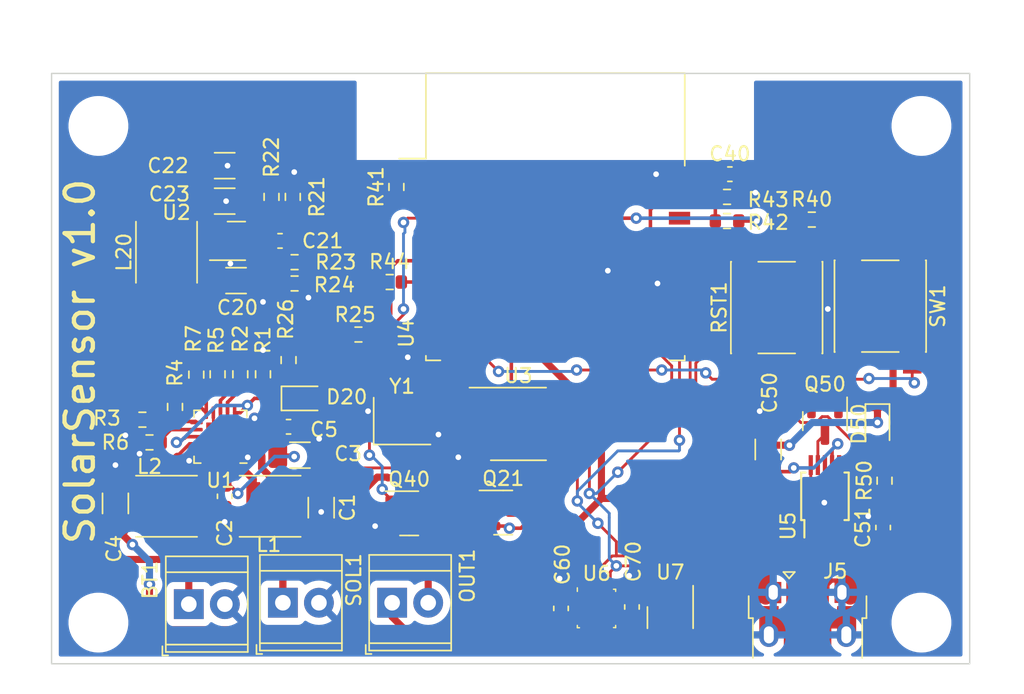
<source format=kicad_pcb>
(kicad_pcb (version 20221018) (generator pcbnew)
  (layers (0 "F.Cu" signal) (31 "B.Cu" signal) (34 "B.Paste" user) (35 "F.Paste" user) (36 "B.SilkS" user "B.Silkscreen") (37 "F.SilkS" user "F.Silkscreen") (38 "B.Mask" user) (39 "F.Mask" user) (44 "Edge.Cuts" user))
  (net 0 "")
  (net 1 "GND")
  (net 2 "VDC")
  (net 3 "Net-(C1-Pad1)")
  (net 4 "Net-(C2-Pad1)")
  (net 5 "+3.3VP")
  (net 6 "Net-(C5-Pad1)")
  (net 7 "Net-(C21-Pad1)")
  (net 8 "+3V3")
  (net 9 "Net-(C50-Pad1)")
  (net 10 "Net-(C51-Pad1)")
  (net 11 "ESP_RXD")
  (net 12 "Net-(J5-Pad3)")
  (net 13 "Net-(J5-Pad2)")
  (net 15 "Net-(L1-Pad2)")
  (net 16 "Net-(L2-Pad1)")
  (net 17 "Net-(L20-Pad2)")
  (net 18 "Net-(L20-Pad1)")
  (net 19 "Net-(C40-Pad1)")
  (net 20 "V_EN")
  (net 21 "_RTC_ALERT")
  (net 22 "ESP_TXD")
  (net 23 "Net-(Q50-Pad3)")
  (net 24 "Net-(R1-Pad1)")
  (net 25 "Net-(R2-Pad1)")
  (net 26 "Net-(R3-Pad1)")
  (net 27 "Net-(R4-Pad2)")
  (net 28 "Net-(R6-Pad1)")
  (net 29 "Net-(R21-Pad1)")
  (net 30 "PSAVE")
  (net 31 "POWER_EN")
  (net 32 "Net-(R50-Pad1)")
  (net 33 "/VBAT_OK")
  (net 34 "Net-(U3-Pad2)")
  (net 35 "Net-(OUT1-Pad2)")
  (net 36 "/SDA")
  (net 37 "/SCL")
  (net 42 "Net-(Q40-Pad1)")
  (net 43 "/RST")
  (net 44 "Net-(R41-Pad1)")
  (net 45 "Net-(R44-Pad2)")
  (net 46 "Net-(SW1-Pad1)")
  (net 47 "Net-(U3-Pad1)")
  (footprint "MountingHole:MountingHole_3.2mm_M3" (layer "F.Cu") (at 199 128)
    (fp_text reference "H4" hide)
    (fp_text value "MountingHole_Pad")
  )
  (footprint "Capacitor_SMD:C_0603_1608Metric_Pad1.08x0.95mm_HandSolder" (layer "F.Cu") (at 196.3 121.3 90)
    (fp_text reference "C51")
    (fp_text value "100nF")
  )
  (footprint "TerminalBlock_TE-Connectivity:TerminalBlock_TE_282834-2_1x02_P2.54mm_Horizontal" (layer "F.Cu") (at 154 126.6)
    (fp_text reference "SOL1")
    (fp_text value "Screw_Terminal_01x02")
  )
  (footprint "Button_Switch_SMD:SW_Push_1P1T_NO_6x6mm_H9.5mm" (layer "F.Cu") (at 196.1 105.7 -90)
    (fp_text reference "SW1")
    (fp_text value "SW_Push")
  )
  (footprint "RF_Module:ESP-WROOM-02" (layer "F.Cu") (at 173.2 102.5)
    (fp_text reference "U4")
    (fp_text value "ESP-WROOM-02")
  )
  (footprint "Package_SO:SOIC-8_3.9x4.9mm_P1.27mm" (layer "F.Cu") (at 170.6 114)
    (fp_text reference "U3")
    (fp_text value "PCF8563T")
  )
  (footprint "Resistor_SMD:R_0603_1608Metric" (layer "F.Cu") (at 196.4 118 90)
    (fp_text reference "R50")
    (fp_text value "2.2k")
  )
  (footprint "Resistor_SMD:R_0603_1608Metric" (layer "F.Cu") (at 149.4 110.5 90)
    (fp_text reference "R5")
    (fp_text value "154k")
  )
  (footprint "Package_DFN_QFN:QFN-20-1EP_3.5x3.5mm_P0.5mm_EP2x2mm" (layer "F.Cu") (at 149.6 114.9 180)
    (fp_text reference "U1")
    (fp_text value "BQ25570")
  )
  (footprint "Package_TO_SOT_SMD:SOT-23" (layer "F.Cu") (at 192.2 113.8 -90)
    (fp_text reference "Q50")
    (fp_text value "AO3400A")
  )
  (footprint "Resistor_SMD:R_0603_1608Metric" (layer "F.Cu") (at 146.4 112.8 90)
    (fp_text reference "R4")
    (fp_text value "5.49M")
  )
  (footprint "Capacitor_SMD:C_1206_3216Metric_Pad1.33x1.80mm_HandSolder" (layer "F.Cu") (at 149.9 95.8)
    (fp_text reference "C22")
    (fp_text value "10uF")
  )
  (footprint "MountingHole:MountingHole_3.2mm_M3" (layer "F.Cu") (at 199 93)
    (fp_text reference "H2" hide)
    (fp_text value "MountingHole_Pad")
  )
  (footprint "Capacitor_SMD:C_1206_3216Metric_Pad1.33x1.80mm_HandSolder" (layer "F.Cu") (at 149.9 98.3)
    (fp_text reference "C23")
    (fp_text value "10uF")
  )
  (footprint "Capacitor_SMD:C_1206_3216Metric_Pad1.33x1.80mm_HandSolder" (layer "F.Cu") (at 155.2 116.2)
    (fp_text reference "C3")
    (fp_text value "10uF")
  )
  (footprint "Resistor_SMD:R_0603_1608Metric" (layer "F.Cu") (at 162 97.3 90)
    (fp_text reference "R41")
    (fp_text value "10k")
  )
  (footprint "Resistor_SMD:R_0603_1608Metric" (layer "F.Cu") (at 152.6 110.5 90)
    (fp_text reference "R1")
    (fp_text value "5.62M")
  )
  (footprint "Capacitor_SMD:C_1206_3216Metric_Pad1.33x1.80mm_HandSolder" (layer "F.Cu") (at 156.7 119.9 -90)
    (fp_text reference "C1")
    (fp_text value "10uF")
  )
  (footprint "Inductor_SMD:L_Coilcraft_XxL4040" (layer "F.Cu") (at 145.8 101.9 90)
    (fp_text reference "L20")
    (fp_text value "10uH")
  )
  (footprint "Inductor_SMD:L_Coilcraft_XxL4040" (layer "F.Cu") (at 153.1 119.8 180)
    (fp_text reference "L1")
    (fp_text value "22uH")
  )
  (footprint "Package_LGA:Bosch_LGA-8_3x3mm_P0.8mm_ClockwisePinNumbering" (layer "F.Cu") (at 181.3 126.9)
    (fp_text reference "U7")
    (fp_text value "BME680")
  )
  (footprint "Resistor_SMD:R_0603_1608Metric" (layer "F.Cu") (at 159.325 107.7 180)
    (fp_text reference "R25")
    (fp_text value "1k")
  )
  (footprint "Package_SO:MSOP-10_3x3mm_P0.5mm" (layer "F.Cu") (at 192.2 119.1 90)
    (fp_text reference "U5")
    (fp_text value "CH340E")
  )
  (footprint "Capacitor_SMD:C_0603_1608Metric_Pad1.08x0.95mm_HandSolder" (layer "F.Cu") (at 173.6 127 90)
    (fp_text reference "C60")
    (fp_text value "100nF")
  )
  (footprint "Resistor_SMD:R_0603_1608Metric" (layer "F.Cu") (at 154.825 102.6 180)
    (fp_text reference "R23")
    (fp_text value "DNC")
  )
  (footprint "Resistor_SMD:R_0603_1608Metric" (layer "F.Cu") (at 154.4 109.5 -90)
    (fp_text reference "R26")
    (fp_text value "DNC")
  )
  (footprint "Capacitor_SMD:C_0603_1608Metric_Pad1.08x0.95mm_HandSolder" (layer "F.Cu") (at 153.8 101.1)
    (fp_text reference "C21")
    (fp_text value "100nF")
  )
  (footprint "Capacitor_SMD:C_1206_3216Metric_Pad1.33x1.80mm_HandSolder" (layer "F.Cu") (at 142.2 119.6 90)
    (fp_text reference "C4")
    (fp_text value "10uF")
  )
  (footprint "Capacitor_SMD:C_0603_1608Metric_Pad1.08x0.95mm_HandSolder" (layer "F.Cu") (at 154.4 114.2)
    (fp_text reference "C5")
    (fp_text value "10nF")
  )
  (footprint "Resistor_SMD:R_0603_1608Metric" (layer "F.Cu") (at 144.6 115.3 180)
    (fp_text reference "R6")
    (fp_text value "4.7M")
  )
  (footprint "Capacitor_SMD:C_1206_3216Metric_Pad1.33x1.80mm_HandSolder" (layer "F.Cu") (at 188.2 115.8 90)
    (fp_text reference "C50")
    (fp_text value "10uF")
  )
  (footprint "Package_LGA:Bosch_LGA-8_2.5x2.5mm_P0.65mm_ClockwisePinNumbering" (layer "F.Cu") (at 176.1 127)
    (fp_text reference "U6")
    (fp_text value "BME280")
  )
  (footprint "Package_TO_SOT_SMD:SOT-23" (layer "F.Cu") (at 162.9 120.3)
    (fp_text reference "Q40")
    (fp_text value "AO3400A")
  )
  (footprint "Resistor_SMD:R_0603_1608Metric" (layer "F.Cu") (at 185.3 99.7)
    (fp_text reference "R42")
    (fp_text value "820k")
  )
  (footprint "TerminalBlock_TE-Connectivity:TerminalBlock_TE_282834-2_1x02_P2.54mm_Horizontal" (layer "F.Cu") (at 161.7 126.6)
    (fp_text reference "OUT1")
    (fp_text value "Screw_Terminal_01x02")
  )
  (footprint "Resistor_SMD:R_0603_1608Metric" (layer "F.Cu") (at 154.825 104.1)
    (fp_text reference "R24")
    (fp_text value "1k")
  )
  (footprint "MountingHole:MountingHole_3.2mm_M3" (layer "F.Cu") (at 141 93)
    (fp_text reference "H1" hide)
    (fp_text value "MountingHole_Pad")
  )
  (footprint "Resistor_SMD:R_0603_1608Metric" (layer "F.Cu") (at 161.525 104)
    (fp_text reference "R44")
    (fp_text value "10k")
  )
  (footprint "TerminalBlock_TE-Connectivity:TerminalBlock_TE_282834-2_1x02_P2.54mm_Horizontal" (layer "F.Cu") (at 147.37 126.7)
    (fp_text reference "BT1")
    (fp_text value "Battery_Cell")
  )
  (footprint "Button_Switch_SMD:SW_Push_1P1T_NO_6x6mm_H9.5mm" (layer "F.Cu") (at 188.8 105.8 90)
    (fp_text reference "RST1")
    (fp_text value "SW_Push")
  )
  (footprint "Connector_USB:USB_Micro-B_Amphenol_10103594-0001LF_Horizontal" (layer "F.Cu") (at 191 127.75)
    (fp_text reference "J5")
    (fp_text value "USB_B_Micro")
  )
  (footprint "Crystal:Crystal_SMD_3225-4Pin_3.2x2.5mm" (layer "F.Cu") (at 162.4 113.8)
    (fp_text reference "Y1")
    (fp_text value "Crystal_GND24")
  )
  (footprint "Resistor_SMD:R_0603_1608Metric" (layer "F.Cu") (at 147.9 110.525 -90)
    (fp_text reference "R7")
    (fp_text value "8.2M")
  )
  (footprint "Resistor_SMD:R_0603_1608Metric" (layer "F.Cu") (at 154.7 98 90)
    (fp_text reference "R21")
    (fp_text value "220k")
  )
  (footprint "Resistor_SMD:R_0603_1608Metric" (layer "F.Cu") (at 151 110.5 -90)
    (fp_text reference "R2")
    (fp_text value "7.32M")
  )
  (footprint "Resistor_SMD:R_0603_1608Metric" (layer "F.Cu") (at 191.275 99.6)
    (fp_text reference "R40")
    (fp_text value "10k")
  )
  (footprint "Inductor_SMD:L_Coilcraft_XxL4040" (layer "F.Cu") (at 145.8 119.8 180)
    (fp_text reference "L2")
    (fp_text value "10uH")
  )
  (footprint "Capacitor_SMD:C_1206_3216Metric_Pad1.33x1.80mm_HandSolder" (layer "F.Cu") (at 150.7 103.9)
    (fp_text reference "C20")
    (fp_text value "10uF")
  )
  (footprint "Resistor_SMD:R_0603_1608Metric" (layer "F.Cu") (at 153.2 98 -90)
    (fp_text reference "R22")
    (fp_text value "1.2M")
  )
  (footprint "Capacitor_SMD:C_0603_1608Metric_Pad1.08x0.95mm_HandSolder" (layer "F.Cu") (at 178.6 126.9 90)
    (fp_text reference "C70")
    (fp_text value "100nF")
  )
  (footprint "Resistor_SMD:R_0603_1608Metric" (layer "F.Cu") (at 185.3 98 180)
    (fp_text reference "R43")
    (fp_text value "220k")
  )
  (footprint "Diode_SMD:D_SOD-323F" (layer "F.Cu") (at 155.4 112.2)
    (fp_text reference "D20")
    (fp_text value "PMEG4005CEJ")
  )
  (footprint "Package_TO_SOT_SMD:SOT-23" (layer "F.Cu") (at 169.525296 120.246724)
    (fp_text reference "Q21")
    (fp_text value "AO3401A")
  )
  (footprint "Resistor_SMD:R_0603_1608Metric" (layer "F.Cu") (at 144.1 113.7 180)
    (fp_text reference "R3")
    (fp_text value "5.62M")
  )
  (footprint "MountingHole:MountingHole_3.2mm_M3" (layer "F.Cu") (at 141 128)
    (fp_text reference "H3" hide)
    (fp_text value "MountingHole_Pad")
  )
  (footprint "Diode_SMD:D_SOD-323F" (layer "F.Cu") (at 195.9 114.1 -90)
    (fp_text reference "D50")
    (fp_text value "PMEG4005CEJ")
  )
  (footprint "Package_SON:WSON-10-1EP_2.5x2.5mm_P0.5mm_EP1.2x2mm" (layer "F.Cu") (at 150.1 101.1)
    (fp_text reference "U2")
    (fp_text value "TPS63030DSK")
  )
  (footprint "Capacitor_SMD:C_0603_1608Metric_Pad1.08x0.95mm_HandSolder" (layer "F.Cu") (at 149.9 119.1 -90)
    (fp_text reference "C2")
    (fp_text value "10nF")
  )
  (footprint "Capacitor_SMD:C_0603_1608Metric_Pad1.08x0.95mm_HandSolder" (layer "F.Cu") (at 185.5 96.4)
    (fp_text reference "C40")
    (fp_text value "100nF")
  )
  (gr_rect (start 137.7 89.3) (end 202.4 130.9) (stroke (width 0.1)) (fill none) (layer "Edge.Cuts"))
  (gr_text "SolarSensor v1.0\n" (at 139.7 109.6 90) (layer "F.SilkS") (effects (font (size 2 2) (thickness 0.3))))
  (segment (start 180.4 96.5) (end 180.3 96.4) (width 0.2) (layer "F.Cu") (net 1))
  (segment (start 151.23798 115.85048) (end 150.55048 115.85048) (width 0.2) (layer "F.Cu") (net 1))
  (segment (start 161.3 112.95) (end 160.15952 112.95) (width 0.25) (layer "F.Cu") (net 1))
  (segment (start 181.95 104) (end 180.5 104) (width 0.2) (layer "F.Cu") (net 1))
  (segment (start 150.55048 113.94952) (end 149.6 114.9) (width 0.2) (layer "F.Cu") (net 1))
  (segment (start 150.1 102.5) (end 150.3 102.7) (width 0.25) (layer "F.Cu") (net 1))
  (segment (start 152.2625 105.0625) (end 152.6 105.4) (width 0.25) (layer "F.Cu") (net 1))
  (segment (start 149.1 114.4) (end 149.6 114.9) (width 0.2) (layer "F.Cu") (net 1))
  (segment (start 192.535 125.035) (end 193.275 125.035) (width 0.3) (layer "F.Cu") (net 1))
  (segment (start 193.975 126.235) (end 193.975 125.015) (width 1) (layer "F.Cu") (net 1))
  (segment (start 192.275 125.035) (end 192.535 125.035) (width 0.3) (layer "F.Cu") (net 1))
  (segment (start 155.2625 114.7) (end 156.7625 116.2) (width 0.5) (layer "F.Cu") (net 1))
  (segment (start 195.3125 120.4375) (end 195.25 120.5) (width 0.25) (layer "F.Cu") (net 1))
  (segment (start 143.9 115.8) (end 143.9 116.1) (width 0.25) (layer "F.Cu") (net 1))
  (segment (start 149.9 119.9625) (end 149.9 120.9) (width 0.2) (layer "F.Cu") (net 1))
  (segment (start 143.275 113.7) (end 143.275 114.425) (width 0.2) (layer "F.Cu") (net 1))
  (segment (start 149.1 115.4) (end 149.6 114.9) (width 0.2) (layer "F.Cu") (net 1))
  (segment (start 150.55048 115.85048) (end 149.6 114.9) (width 0.2) (layer "F.Cu") (net 1))
  (segment (start 152.6 109.675) (end 152.6 108.8) (width 0.5) (layer "F.Cu") (net 1))
  (segment (start 151.4625 98.3) (end 151.4625 95.8) (width 0.25) (layer "F.Cu") (net 1))
  (segment (start 163.4 114.65) (end 161.7 112.95) (width 0.25) (layer "F.Cu") (net 1))
  (segment (start 149.1 113.2125) (end 149.1 114.4) (width 0.2) (layer "F.Cu") (net 1))
  (segment (start 151.2875 115.9) (end 151.2875 116.117857) (width 0.2) (layer "F.Cu") (net 1))
  (segment (start 192.4 105.9) (end 193.6 105.9) (width 0.2) (layer "F.Cu") (net 1))
  (segment (start 151.2875 113.9) (end 151.7 113.9) (width 0.2) (layer "F.Cu") (net 1))
  (segment (start 151.2875 116.117857) (end 151.523327 116.353684) (width 0.2) (layer "F.Cu") (net 1))
  (segment (start 155.65 104.1) (end 155.65 104.95) (width 0.25) (layer "F.Cu") (net 1))
  (segment (start 150.6 100.6) (end 150.1 101.1) (width 0.25) (layer "F.Cu") (net 1))
  (segment (start 161.9625 121.25) (end 160.55 121.25) (width 0.25) (layer "F.Cu") (net 1))
  (segment (start 152.2625 103.9) (end 152.2625 105.0625) (width 0.25) (layer "F.Cu") (net 1))
  (segment (start 190.015 128.185) (end 188.515 128.185) (width 1) (layer "F.Cu") (net 1))
  (segment (start 147.9125 115.9) (end 147.96202 115.85048) (width 0.2) (layer "F.Cu") (net 1))
  (segment (start 164.45 108.5) (end 163.6 108.5) (width 0.25) (layer "F.Cu") (net 1))
  (segment (start 193.975 125.015) (end 193.875 124.915) (width 1) (layer "F.Cu") (net 1))
  (segment (start 156.7625 116.2) (end 156.7625 115.251744) (width 0.5) (layer "F.Cu") (net 1))
  (segment (start 187 98) (end 187.3 97.7) (width 0.2) (layer "F.Cu") (net 1))
  (segment (start 152.105184 100.6) (end 152.404704 100.30048) (width 0.25) (layer "F.Cu") (net 1))
  (segment (start 164.866072 114.65) (end 164.962796 114.746724) (width 0.25) (layer "F.Cu") (net 1))
  (segment (start 192.275 125.985) (end 192.275 125.295) (width 0.5) (layer "F.Cu") (net 1))
  (segment (start 192.275 125.295) (end 192.535 125.035) (width 0.5) (layer "F.Cu") (net 1))
  (segment (start 163.6 108.5) (end 162.8 109.3) (width 0.25) (layer "F.Cu") (net 1))
  (segment (start 175.125 126.349022) (end 175.125 125.975) (width 0.2) (layer "F.Cu") (net 1))
  (segment (start 154.7 97.175) (end 154.7 96.35) (width 0.5) (layer "F.Cu") (net 1))
  (segment (start 173.7625 125.975) (end 173.6 126.1375) (width 0.2) (layer "F.Cu") (net 1))
  (segment (start 152.404704 100.30048) (end 153.86298 100.30048) (width 0.25) (layer "F.Cu") (net 1))
  (segment (start 180.5 104) (end 180.4 104.1) (width 0.2) (layer "F.Cu") (net 1))
  (segment (start 175.125 125.975) (end 173.7625 125.975) (width 0.2) (layer "F.Cu") (net 1))
  (segment (start 160.053276 113.046724) (end 160 113.1) (width 0.25) (layer "F.Cu") (net 1))
  (segment (start 159.6 105.1) (end 160.7 104) (width 0.25) (layer "F.Cu") (net 1))
  (segment (start 192.2 121.3) (end 192.2 119.589244) (width 0.25) (layer "F.Cu") (net 1))
  (segment (start 173.6 125) (end 173.5 124.9) (width 0.2) (layer "F.Cu") (net 1))
  (segment (start 188.025 125.035) (end 188.125 124.935) (width 1) (layer "F.Cu") (net 1))
  (segment (start 151.2875 113.9) (end 151.23798 113.94952) (width 0.2) (layer "F.Cu") (net 1))
  (segment (start 166.80452 115.905) (end 166.362796 116.346724) (width 0.25) (layer "F.Cu") (net 1))
  (segment (start 160.062796 113.046724) (end 160.053276 113.046724) (width 0.25) (layer "F.Cu") (net 1))
  (segment (start 188.025 126.235) (end 188.025 125.035) (width 1) (layer "F.Cu") (net 1))
  (segment (start 191.05 106.15) (end 191.05 101.825) (width 0.2) (layer "F.Cu") (net 1))
  (segment (start 155.65 104.95) (end 155.8 105.1) (width 0.25) (layer "F.Cu") (net 1))
  (segment (start 144.075 115.925) (end 143.9 116.1) (width 0.25) (layer "F.Cu") (net 1))
  (segment (start 188.515 128.185) (end 188.245 127.915) (width 1) (layer "F.Cu") (net 1))
  (segment (start 142.9 114.8) (end 143.9 115.8) (width 0.25) (layer "F.Cu") (net 1))
  (segment (start 188.2 114.2375) (end 188.2 113.6995) (width 0.25) (layer "F.Cu") (net 1))
  (segment (start 186.125 98) (end 187 98) (width 0.2) (layer "F.Cu") (net 1))
  (segment (start 174.3 103.11) (end 176.81 103.11) (width 0.2) (layer "F.Cu") (net 1))
  (segment (start 148.8875 101.1) (end 150.1 101.1) (width 0.25) (layer "F.Cu") (net 1))
  (segment (start 155.8 105.1) (end 159.6 105.1) (width 0.25) (layer "F.Cu") (net 1))
  (segment (start 160.55 121.25) (end 160.5 121.2) (width 0.25) (layer "F.Cu") (net 1))
  (segment (start 153.86298 100.30048) (end 154.6625 101.1) (width 0.25) (layer "F.Cu") (net 1))
  (segment (start 155.2625 114.2) (end 155.2625 114.7) (width 0.5) (layer "F.Cu") (net 1))
  (segment (start 163.5 114.65) (end 164.866072 114.65) (width 0.25) (layer "F.Cu") (net 1))
  (segment (start 188.2 113.6995) (end 187.6 113.0995) (width 0.25) (layer "F.Cu") (net 1))
  (segment (start 173.6 126.1375) (end 173.6 125) (width 0.2) (layer "F.Cu") (net 1))
  (segment (start 148.64952 115.85048) (end 149.6 114.9) (width 0.2) (layer "F.Cu") (net 1))
  (segment (start 151.3125 100.6) (end 152.105184 100.6) (width 0.25) (layer "F.Cu") (net 1))
  (segment (start 186.3625 97.7625) (end 186.125 98) (width 0.2) (layer "F.Cu") (net 1))
  (segment (start 147.96202 115.85048) (end 148.64952 115.85048) (width 0.2) (layer "F.Cu") (net 1))
  (segment (start 143.1 116.9) (end 143.9 116.1) (width 0.2) (layer "F.Cu") (net 1))
  (segment (start 192.15 106.15) (end 192.4 105.9) (width 0.2) (layer "F.Cu") (net 1))
  (segment (start 191.05 106.15) (end 192.15 106.15) (width 0.2) (layer "F.Cu") (net 1))
  (segment (start 151.7 113.9) (end 152 113.6) (width 0.2) (layer "F.Cu") (net 1))
  (segment (start 156.7 121.4625) (end 156.7 120.2) (width 0.5) (layer "F.Cu") (net 1))
  (segment (start 163.5 114.65) (end 163.4 114.65) (width 0.25) (layer "F.Cu") (net 1))
  (segment (start 191.05 109.775) (end 191.05 106.15) (width 0.2) (layer "F.Cu") (net 1))
  (segment (start 147.9125 116.073624) (end 147.393062 116.593062) (width 0.25) (layer "F.Cu") (net 1))
  (segment (start 178.925 125.7125) (end 178.6 126.0375) (width 0.2) (layer "F.Cu") (net 1))
  (segment (start 147.9125 115.9) (end 147.9125 116.073624) (width 0.25) (layer "F.Cu") (net 1))
  (segment (start 156.7625 115.251744) (end 156.555378 115.044622) (width 0.5) (layer "F.Cu") (net 1))
  (segment (start 193.705 127.915) (end 192.205 127.915) (width 1) (layer "F.Cu") (net 1))
  (segment (start 196.3 120.4375) (end 195.3125 120.4375) (width 0.25) (layer "F.Cu") (net 1))
  (segment (start 176.81 103.11) (end 176.9 103.2) (width 0.2) (layer "F.Cu") (net 1))
  (segment (start 168.125 115.905) (end 166.80452 115.905) (width 0.25) (layer "F.Cu") (net 1))
  (segment (start 178.6 124.9) (end 178.4 124.7) (width 0.2) (layer "F.Cu") (net 1))
  (segment (start 192.2 119.589244) (end 192.155378 119.544622) (width 0.25) (layer "F.Cu") (net 1))
  (segment (start 143.275 114.425) (end 142.9 114.8) (width 0.2) (layer "F.Cu") (net 1))
  (segment (start 161.7 112.95) (end 161.3 112.95) (width 0.25) (layer "F.Cu") (net 1))
  (segment (start 151.4625 98.3) (end 150 98.3) (width 0.25) (layer "F.Cu") (net 1))
  (segment (start 193.275 125.035) (end 193.395 124.915) (width 0.3) (layer "F.Cu") (net 1))
  (segment (start 193.85 109.675) (end 193.85 101.725) (width 0.2) (layer "F.Cu") (net 1))
  (segment (start 152.6 109.675) (end 153.775 109.675) (width 0.5) (layer "F.Cu") (net 1))
  (segment (start 192.205 127.915) (end 191.935 128.185) (width 1) (layer "F.Cu") (net 1))
  (segment (start 151.2875 115.9) (end 151.23798 115.85048) (width 0.2) (layer "F.Cu") (net 1))
  (segment (start 151.23798 113.94952) (end 150.55048 113.94952) (width 0.2) (layer "F.Cu") (net 1))
  (segment (start 181.95 96.5) (end 180.4 96.5) (width 0.2) (layer "F.Cu") (net 1))
  (segment (start 180.1 125.7125) (end 178.925 125.7125) (width 0.2) (layer "F.Cu") (net 1))
  (segment (start 178.6 126.0375) (end 178.6 124.9) (width 0.2) (layer "F.Cu") (net 1))
  (segment (start 160.15952 112.95) (end 160.062796 113.046724) (width 0.25) (layer "F.Cu") (net 1))
  (segment (start 180.1 126.7) (end 180.1 125.7125) (width 0.2) (layer "F.Cu") (net 1))
  (segment (start 180.9 127.5) (end 180.1 126.7) (width 0.2) (layer "F.Cu") (net 1))
  (segment (start 154.7 96.35) (end 154.8005 96.2495) (width 0.5) (layer "F.Cu") (net 1))
  (segment (start 149.1 116.5875) (end 149.1 115.4) (width 0.2) (layer "F.Cu") (net 1))
  (segment (start 175.775 126.999022) (end 175.125 126.349022) (width 0.2) (layer "F.Cu") (net 1))
  (segment (start 142.2 118.0375) (end 142.2 116.9) (width 0.2) (layer "F.Cu") (net 1))
  (segment (start 144.075 115.3) (end 144.075 115.925) (width 0.25) (layer "F.Cu") (net 1))
  (segment (start 175.775 128.025) (end 175.775 126.999022) (width 0.2) (layer "F.Cu") (net 1))
  (segment (start 147.9125 115.9) (end 148.212989 115.9) (width 0.25) (layer "F.Cu") (net 1))
  (segment (start 150.1 101.1) (end 150.1 102.5) (width 0.25) (layer "F.Cu") (net 1))
  (segment (start 142.2 116.9) (end 143.1 116.9) (width 0.2) (layer "F.Cu") (net 1))
  (segment (start 151.4625 95.8) (end 150.1 95.8) (width 0.25) (layer "F.Cu") (net 1))
  (segment (start 180.9 128.0875) (end 180.9 127.5) (width 0.2) (layer "F.Cu") (net 1))
  (segment (start 151.3125 100.6) (end 150.6 100.6) (width 0.25) (layer "F.Cu") (net 1))
  (segment (start 193.6 105.9) (end 193.7 105.8) (width 0.2) (layer "F.Cu") (net 1))
  (segment (start 186.3625 96.4) (end 186.3625 97.7625) (width 0.2) (layer "F.Cu") (net 1))
  (segment (start 153.775 109.675) (end 154.5 110.4) (width 0.5) (layer "F.Cu") (net 1))
  (via (at 173.5 124.9) (size 0.8) (drill 0.4) (layers "F.Cu" "B.Cu") (net 1))
  (via (at 156.555378 115.044622) (size 0.8) (drill 0.4) (layers "F.Cu" "B.Cu") (net 1))
  (via (at 154.8005 96.2495) (size 0.8) (drill 0.4) (layers "F.Cu" "B.Cu") (net 1))
  (via (at 195.25 120.5) (size 0.8) (drill 0.4) (layers "F.Cu" "B.Cu") (net 1))
  (via (at 178.4 124.7) (size 0.8) (drill 0.4) (layers "F.Cu" "B.Cu") (net 1))
  (via (at 149.9 120.9) (size 0.8) (drill 0.4) (layers "F.Cu" "B.Cu") (net 1))
  (via (at 151.523327 116.353684) (size 0.8) (drill 0.4) (layers "F.Cu" "B.Cu") (net 1))
  (via (at 142.9 114.8) (size 0.8) (drill 0.4) (layers "F.Cu" "B.Cu") (net 1))
  (via (at 192.4 105.9) (size 0.8) (drill 0.4) (layers "F.Cu" "B.Cu") (net 1))
  (via (at 166.362796 116.346724) (size 0.8) (drill 0.4) (layers "F.Cu" "B.Cu") (net 1))
  (via (at 147.393062 116.593062) (size 0.8) (drill 0.4) (layers "F.Cu" "B.Cu") (net 1))
  (via (at 152.6 108.8) (size 0.8) (drill 0.4) (layers "F.Cu" "B.Cu") (net 1))
  (via (at 187.6 113.0995) (size 0.8) (drill 0.4) (layers "F.Cu" "B.Cu") (net 1))
  (via (at 150.3 102.7) (size 0.8) (drill 0.4) (layers "F.Cu" "B.Cu") (net 1))
  (via (at 160.5 121.2) (size 0.8) (drill 0.4) (layers "F.Cu" "B.Cu") (net 1))
  (via (at 180.3 96.4) (size 0.8) (drill 0.4) (layers "F.Cu" "B.Cu") (net 1))
  (via (at 155.8 105.1) (size 0.8) (drill 0.4) (layers "F.Cu" "B.Cu") (net 1))
  (via (at 160 113.1) (size 0.8) (drill 0.4) (layers "F.Cu" "B.Cu") (net 1))
  (via (at 162.8 109.3) (size 0.8) (drill 0.4) (layers "F.Cu" "B.Cu") (net 1))
  (via (at 176.9 103.2) (size 0.8) (drill 0.4) (layers "F.Cu" "B.Cu") (net 1))
  (via (at 180.4 104.1) (size 0.8) (drill 0.4) (layers "F.Cu" "B.Cu") (net 1))
  (via (at 142.2 116.9) (size 0.8) (drill 0.4) (layers "F.Cu" "B.Cu") (net 1))
  (via (at 143.9 116.1) (size 0.8) (drill 0.4) (layers "F.Cu" "B.Cu") (net 1))
  (via (at 156.7 120.2) (size 0.8) (drill 0.4) (layers "F.Cu" "B.Cu") (net 1))
  (via (at 150 98.3) (size 0.8) (drill 0.4) (layers "F.Cu" "B.Cu") (net 1))
  (via (at 192.155378 119.544622) (size 0.8) (drill 0.4) (layers "F.Cu" "B.Cu") (net 1))
  (via (at 164.962796 114.746724) (size 0.8) (drill 0.4) (layers "F.Cu" "B.Cu") (net 1))
  (via (at 187.3 97.7) (size 0.8) (drill 0.4) (layers "F.Cu" "B.Cu") (net 1))
  (via (at 152 113.6) (size 0.8) (drill 0.4) (layers "F.Cu" "B.Cu") (net 1))
  (via (at 152.6 105.4) (size 0.8) (drill 0.4) (layers "F.Cu" "B.Cu") (net 1))
  (via (at 150.1 95.8) (size 0.8) (drill 0.4) (layers "F.Cu" "B.Cu") (net 1))
  (segment (start 155.4 93.8) (end 156.4 93.8) (width 0.25) (layer "F.Cu") (net 2))
  (segment (start 141.45 123.55) (end 139.8 121.9) (width 0.5) (layer "F.Cu") (net 2))
  (segment (start 148.45 123.55) (end 148.8 123.2) (width 0.5) (layer "F.Cu") (net 2))
  (segment (start 146.9 95.1) (end 148.124031 93.875969) (width 0.25) (layer "F.Cu") (net 2))
  (segment (start 148.7 121.73) (end 148.7 118.9) (width 0.3) (layer "F.Cu") (net 2))
  (segment (start 158.325489 95.725489) (end 165.425489 95.725489) (width 0.25) (layer "F.Cu") (net 2))
  (segment (start 169.2 99.5) (end 178.9 99.5) (width 0.25) (layer "F.Cu") (net 2))
  (segment (start 146.76875 106.26875) (end 145.16875 106.26875) (width 0.25) (layer "F.Cu") (net 2))
  (segment (start 149.5 117.3) (end 149.6 117.2) (width 0.25) (layer "F.Cu") (net 2))
  (segment (start 186.125 99.7) (end 187.4 99.7) (width 0.25) (layer "F.Cu") (net 2))
  (segment (start 142.2 99.8) (end 146.9 95.1) (width 0.25) (layer "F.Cu") (net 2))
  (segment (start 148.124031 93.875969) (end 155.324031 93.875969) (width 0.25) (layer "F.Cu") (net 2))
  (segment (start 149.5 117.305184) (end 149.5 117.3) (width 0.25) (layer "F.Cu") (net 2))
  (segment (start 148.7 118.9) (end 148.7 118.6) (width 0.25) (layer "F.Cu") (net 2))
  (segment (start 155.324031 93.875969) (end 155.4 93.8) (width 0.25) (layer "F.Cu") (net 2))
  (segment (start 148.7 118.6) (end 148.976762 118.323238) (width 0.25) (layer "F.Cu") (net 2))
  (segment (start 147.37 126.7) (end 147.37 124.63) (width 0.5) (layer "F.Cu") (net 2))
  (segment (start 148.8875 103.65) (end 149.1375 103.9) (width 0.25) (layer "F.Cu") (net 2))
  (segment (start 145.16875 106.26875) (end 142.2 103.3) (width 0.25) (layer "F.Cu") (net 2))
  (segment (start 148.976762 117.828422) (end 149.5 117.305184) (width 0.25) (layer "F.Cu") (net 2))
  (segment (start 139.8 113.2375) (end 146.76875 106.26875) (width 0.5) (layer "F.Cu") (net 2))
  (segment (start 148.8875 102.1) (end 148.8875 103.65) (width 0.25) (layer "F.Cu") (net 2))
  (segment (start 158.1 95.5) (end 158.325489 95.725489) (width 0.25) (layer "F.Cu") (net 2))
  (segment (start 148.8 117.9) (end 148.8 123.2) (width 0.5) (layer "F.Cu") (net 2))
  (segment (start 147.37 124.63) (end 148.45 123.55) (width 0.5) (layer "F.Cu") (net 2))
  (segment (start 149.6 117.2) (end 149.6 116.5875) (width 0.25) (layer "F.Cu") (net 2))
  (segment (start 146.76875 106.26875) (end 149.1375 103.9) (width 0.5) (layer "F.Cu") (net 2))
  (segment (start 148.45 123.55) (end 141.45 123.55) (width 0.5) (layer "F.Cu") (net 2))
  (segment (start 142.2 103.3) (end 142.2 99.8) (width 0.25) (layer "F.Cu") (net 2))
  (segment (start 148.976762 118.323238) (end 148.976762 117.828422) (width 0.25) (layer "F.Cu") (net 2))
  (segment (start 139.8 121.9) (end 139.8 113.2375) (width 0.5) (layer "F.Cu") (net 2))
  (segment (start 156.4 93.8) (end 158.1 95.5) (width 0.25) (layer "F.Cu") (net 2))
  (segment (start 165.425489 95.725489) (end 169.2 99.5) (width 0.25) (layer "F.Cu") (net 2))
  (via (at 187.4 99.7) (size 0.8) (drill 0.4) (layers "F.Cu" "B.Cu") (net 2))
  (via (at 178.9 99.5) (size 0.8) (drill 0.4) (layers "F.Cu" "B.Cu") (net 2))
  (segment (start 187.2 99.5) (end 187.4 99.7) (width 0.25) (layer "B.Cu") (net 2))
  (segment (start 178.9 99.5) (end 187.2 99.5) (width 0.25) (layer "B.Cu") (net 2))
  (segment (start 152.5 116.127672) (end 152.17452 115.802192) (width 0.5) (layer "F.Cu") (net 3))
  (segment (start 154.285 119.8) (end 155.2375 119.8) (width 0.5) (layer "F.Cu") (net 3))
  (segment (start 151.2875 115.4) (end 151.772328 115.4) (width 0.25) (layer "F.Cu") (net 3))
  (segment (start 154.285 118.985) (end 154.285 119.8) (width 0.25) (layer "F.Cu") (net 3))
  (segment (start 152.65048 116.278152) (end 152.65048 117.35048) (width 0.25) (layer "F.Cu") (net 3))
  (segment (start 151.772328 115.4) (end 152.65048 116.278152) (width 0.25) (layer "F.Cu") (net 3))
  (segment (start 152.5 117.11427) (end 152.5 116.127672) (width 0.5) (layer "F.Cu") (net 3))
  (segment (start 155.2375 119.8) (end 156.7 118.3375) (width 0.5) (layer "F.Cu") (net 3))
  (segment (start 152.65048 117.35048) (end 154.285 118.985) (width 0.25) (layer "F.Cu") (net 3))
  (segment (start 154 123.2) (end 154.285 122.915) (width 0.5) (layer "F.Cu") (net 3))
  (segment (start 154.285 118.89927) (end 152.5 117.11427) (width 0.5) (layer "F.Cu") (net 3))
  (segment (start 154 126.6) (end 154 124.57) (width 0.5) (layer "F.Cu") (net 3))
  (segment (start 154.285 122.915) (end 154.285 119.8) (width 0.5) (layer "F.Cu") (net 3))
  (segment (start 154.285 119.8) (end 154.285 118.89927) (width 0.5) (layer "F.Cu") (net 3))
  (segment (start 154 126.6) (end 154 123.2) (width 0.5) (layer "F.Cu") (net 3))
  (segment (start 152.3375 114.9) (end 151.2875 114.9) (width 0.25) (layer "F.Cu") (net 4))
  (segment (start 149.9 118.2375) (end 150.1 118.0375) (width 0.25) (layer "F.Cu") (net 4))
  (segment (start 153.6375 116.2) (end 152.3375 114.9) (width 0.25) (layer "F.Cu") (net 4))
  (segment (start 149.9 118.2375) (end 150.162998 118.2375) (width 0.25) (layer "F.Cu") (net 4))
  (segment (start 150.1 118.0375) (end 150.1 116.5875) (width 0.25) (layer "F.Cu") (net 4))
  (segment (start 150.162998 118.2375) (end 150.825498 118.9) (width 0.25) (layer "F.Cu") (net 4))
  (segment (start 154.7 116.2) (end 154.8 116.3) (width 0.25) (layer "F.Cu") (net 4))
  (segment (start 153.6375 116.2) (end 154.7 116.2) (width 0.25) (layer "F.Cu") (net 4))
  (via (at 150.825498 118.9) (size 0.8) (drill 0.4) (layers "F.Cu" "B.Cu") (net 4))
  (via (at 154.8 116.3) (size 0.8) (drill 0.4) (layers "F.Cu" "B.Cu") (net 4))
  (segment (start 150.825498 118.9) (end 153.425498 116.3) (width 0.25) (layer "B.Cu") (net 4))
  (segment (start 153.425498 116.3) (end 154.8 116.3) (width 0.25) (layer "B.Cu") (net 4))
  (segment (start 144.615 118.212672) (end 146.550489 116.277183) (width 0.5) (layer "F.Cu") (net 5))
  (segment (start 161.351876 117.750499) (end 161.401377 117.8) (width 0.5) (layer "F.Cu") (net 5))
  (segment (start 143.2525 121.1625) (end 144.615 119.8) (width 0.5) (layer "F.Cu") (net 5))
  (segment (start 142.2 121.3) (end 143.4 122.5) (width 0.5) (layer "F.Cu") (net 5))
  (segment (start 144.6 125.3) (end 144.6 126.929022) (width 0.5) (layer "F.Cu") (net 5))
  (segment (start 142.2 121.1625) (end 142.2 121.3) (width 0.5) (layer "F.Cu") (net 5))
  (segment (start 164.8 117.8) (end 168.196724 121.196724) (width 0.5) (layer "F.Cu") (net 5))
  (segment (start 172.21452 112.095) (end 173.075 112.095) (width 0.25) (layer "F.Cu") (net 5))
  (segment (start 144.615 119.8) (end 144.615 118.212672) (width 0.25) (layer "F.Cu") (net 5))
  (segment (start 172.698928 112.095) (end 173.075 112.095) (width 0.25) (layer "F.Cu") (net 5))
  (segment (start 147.427672 115.4) (end 147.9125 115.4) (width 0.25) (layer "F.Cu") (net 5))
  (segment (start 171.524816 120.593276) (end 171.524816 113.269112) (width 0.25) (layer "F.Cu") (net 5))
  (segment (start 168.196724 121.196724) (end 168.587796 121.196724) (width 0.5) (layer "F.Cu") (net 5))
  (segment (start 145.5 127.829022) (end 145.5 128.5) (width 0.5) (layer "F.Cu") (net 5))
  (segment (start 169.962796 121.346724) (end 170.771368 121.346724) (width 0.25) (layer "F.Cu") (net 5))
  (segment (start 158.4 128.5) (end 158.4 119.998623) (width 0.5) (layer "F.Cu") (net 5))
  (segment (start 160.648124 117.750499) (end 161.351876 117.750499) (width 0.5) (layer "F.Cu") (net 5))
  (segment (start 161.401377 117.8) (end 164.8 117.8) (width 0.5) (layer "F.Cu") (net 5))
  (segment (start 144.615 118.212672) (end 147.427672 115.4) (width 0.25) (layer "F.Cu") (net 5))
  (segment (start 170.771368 121.346724) (end 171.524816 120.593276) (width 0.25) (layer "F.Cu") (net 5))
  (segment (start 158.4 119.998623) (end 160.648124 117.750499) (width 0.5) (layer "F.Cu") (net 5))
  (segment (start 145.5 128.5) (end 158.4 128.5) (width 0.5) (layer "F.Cu") (net 5))
  (segment (start 142.2 121.1625) (end 143.2525 121.1625) (width 0.5) (layer "F.Cu") (net 5))
  (segment (start 144.6 126.929022) (end 145.5 127.829022) (width 0.5) (layer "F.Cu") (net 5))
  (segment (start 168.587796 121.196724) (end 169.812796 121.196724) (width 0.25) (layer "F.Cu") (net 5))
  (segment (start 169.812796 121.196724) (end 169.962796 121.346724) (width 0.25) (layer "F.Cu") (net 5))
  (segment (start 171.524816 113.269112) (end 172.698928 112.095) (width 0.25) (layer "F.Cu") (net 5))
  (via (at 143.4 122.5) (size 0.8) (drill 0.4) (layers "F.Cu" "B.Cu") (net 5))
  (via (at 144.6 125.3) (size 0.8) (drill 0.4) (layers "F.Cu" "B.Cu") (net 5))
  (via (at 169.962796 121.346724) (size 0.8) (drill 0.4) (layers "F.Cu" "B.Cu") (net 5))
  (segment (start 144.6 123.7) (end 144.6 125.3) (width 0.5) (layer "B.Cu") (net 5))
  (segment (start 143.4 122.5) (end 144.6 123.7) (width 0.5) (layer "B.Cu") (net 5))
  (segment (start 153.3375 114.4) (end 153.5375 114.2) (width 0.25) (layer "F.Cu") (net 6))
  (segment (start 151.2875 114.4) (end 153.3375 114.4) (width 0.25) (layer "F.Cu") (net 6))
  (segment (start 151.3125 101.1) (end 152.9375 101.1) (width 0.25) (layer "F.Cu") (net 7))
  (segment (start 176.425 128.825) (end 176.425 128.025) (width 0.2) (layer "F.Cu") (net 8))
  (segment (start 166.6 128.8) (end 162.9 128.8) (width 0.5) (layer "F.Cu") (net 8))
  (segment (start 148.3375 95.8) (end 149.68702 94.45048) (width 0.5) (layer "F.Cu") (net 8))
  (segment (start 154.404289 95.48573) (end 154.490019 95.4) (width 0.5) (layer "F.Cu") (net 8))
  (segment (start 148.8875 100.1) (end 148.8875 98.85) (width 0.25) (layer "F.Cu") (net 8))
  (segment (start 153.2 95.9) (end 153.2 97.175) (width 0.5) (layer "F.Cu") (net 8))
  (segment (start 176.5 128.9) (end 178.4 128.9) (width 0.2) (layer "F.Cu") (net 8))
  (segment (start 170.674511 101.786993) (end 170.674511 107.762029) (width 0.5) (layer "F.Cu") (net 8))
  (segment (start 193.2875 113) (end 195.9 113) (width 0.2) (layer "F.Cu") (net 8))
  (segment (start 148.8875 98.85) (end 148.3375 98.3) (width 0.25) (layer "F.Cu") (net 8))
  (segment (start 155.65 96.25) (end 155.9 96.5) (width 0.5) (layer "F.Cu") (net 8))
  (segment (start 178.6 128.7) (end 178.6 127.7625) (width 0.2) (layer "F.Cu") (net 8))
  (segment (start 174.4 129) (end 174.8 129) (width 0.2) (layer "F.Cu") (net 8))
  (segment (start 173.6 127.8625) (end 173.6 128.2) (width 0.2) (layer "F.Cu") (net 8))
  (segment (start 176.449501 113.537019) (end 176.449501 119.251876) (width 0.5) (layer "F.Cu") (net 8))
  (segment (start 195.9 113.9) (end 195.9 113) (width 0.5) (layer "F.Cu") (net 8))
  (segment (start 153.2 95.48573) (end 154.404289 95.48573) (width 0.5) (layer "F.Cu") (net 8))
  (segment (start 174.8 129) (end 175.125 128.675) (width 0.2) (layer "F.Cu") (net 8))
  (segment (start 178.4 128.9) (end 178.6 128.7) (width 0.2) (layer "F.Cu") (net 8))
  (segment (start 161.7 127.6) (end 161.7 126.6) (width 0.5) (layer "F.Cu") (net 8))
  (segment (start 188.01073 115.5) (end 189.7 115.5) (width 0.5) (layer "F.Cu") (net 8))
  (segment (start 184.258854 119.251876) (end 188.01073 115.5) (width 0.5) (layer "F.Cu") (net 8))
  (segment (start 155.65 96.25) (end 155.65 102.6) (width 0.5) (layer "F.Cu") (net 8))
  (segment (start 176.449501 119.251876) (end 184.258854 119.251876) (width 0.5) (layer "F.Cu") (net 8))
  (segment (start 178.4 128.9) (end 179.2875 128.9) (width 0.2) (layer "F.Cu") (net 8))
  (segment (start 152.16475 94.45048) (end 153.2 95.48573) (width 0.5) (layer "F.Cu") (net 8))
  (segment (start 193.15 112.8625) (end 193.2875 113) (width 0.2) (layer "F.Cu") (net 8))
  (segment (start 148.3375 98.3) (end 148.3375 95.8) (width 0.25) (layer "F.Cu") (net 8))
  (segment (start 168.8 127.1) (end 169.6 127.9) (width 0.5) (layer "F.Cu") (net 8))
  (segment (start 176.4 129) (end 176.5 128.9) (width 0.2) (layer "F.Cu") (net 8))
  (segment (start 176.449501 119.251876) (end 168.801377 126.9) (width 0.5) (layer "F.Cu") (net 8))
  (segment (start 149.68702 94.45048) (end 152.16475 94.45048) (width 0.5) (layer "F.Cu") (net 8))
  (segment (start 192.1 99.6) (end 196.4 99.6) (width 0.2) (layer "F.Cu") (net 8))
  (segment (start 154.490019 95.4) (end 155.6 95.4) (width 0.5) (layer "F.Cu") (net 8))
  (segment (start 170.674511 107.762029) (end 176.449501 113.537019) (width 0.5) (layer "F.Cu") (net 8))
  (segment (start 193.15 113.25) (end 193.15 112.8625) (width 0.2) (layer "F.Cu") (net 8))
  (segment (start 155.6 95.4) (end 155.65 95.45) (width 0.5) (layer "F.Cu") (net 8))
  (segment (start 173.5625 127.9) (end 173.6 127.8625) (width 0.5) (layer "F.Cu") (net 8))
  (segment (start 155.65 95.45) (end 155.65 96.25) (width 0.5) (layer "F.Cu") (net 8))
  (segment (start 169.6 127.9) (end 173.5625 127.9) (width 0.5) (layer "F.Cu") (net 8))
  (segment (start 176.5 128.9) (end 176.425 128.825) (width 0.2) (layer "F.Cu") (net 8))
  (segment (start 168.5 127.2) (end 168.2 127.2) (width 0.5) (layer "F.Cu") (net 8))
  (segment (start 153.2 95.48573) (end 153.2 94.6) (width 0.5) (layer "F.Cu") (net 8))
  (segment (start 168.801377 126.9) (end 168.8 126.9) (width 0.5) (layer "F.Cu") (net 8))
  (segment (start 168.2 127.2) (end 166.6 128.8) (width 0.5) (layer "F.Cu") (net 8))
  (segment (start 162.9 128.8) (end 161.7 127.6) (width 0.5) (layer "F.Cu") (net 8))
  (segment (start 174.8 129) (end 176.4 129) (width 0.2) (layer "F.Cu") (net 8))
  (segment (start 173.6 128.2) (end 174.4 129) (width 0.2) (layer "F.Cu") (net 8))
  (segment (start 168.8 126.9) (end 168.8 127.1) (width 0.5) (layer "F.Cu") (net 8))
  (segment (start 196.4 99.6) (end 197 100.2) (width 0.2) (layer "F.Cu") (net 8))
  (segment (start 179.2875 128.9) (end 180.1 128.0875) (width 0.2) (layer "F.Cu") (net 8))
  (segment (start 168.8 126.9) (end 168.5 127.2) (width 0.5) (layer "F.Cu") (net 8))
  (segment (start 153.2 95.9) (end 153.2 94.6) (width 0.3) (layer "F.Cu") (net 8))
  (segment (start 165.387518 96.5) (end 170.674511 101.786993) (width 0.5) (layer "F.Cu") (net 8))
  (segment (start 197 111.9) (end 197 100.2) (width 0.5) (layer "F.Cu") (net 8))
  (segment (start 153.2 95.48573) (end 153.2 95.9) (width 0.5) (layer "F.Cu") (net 8))
  (segment (start 195.9 113) (end 197 111.9) (width 0.5) (layer "F.Cu") (net 8))
  (segment (start 164.45 96.5) (end 165.387518 96.5) (width 0.5) (layer "F.Cu") (net 8))
  (segment (start 155.9 96.5) (end 164.45 96.5) (width 0.5) (layer "F.Cu") (net 8))
  (segment (start 175.125 128.675) (end 175.125 128.025) (width 0.2) (layer "F.Cu") (net 8))
  (via (at 195.9 113.9) (size 0.8) (drill 0.4) (layers "F.Cu" "B.Cu") (net 8))
  (via (at 189.7 115.5) (size 0.8) (drill 0.4) (layers "F.Cu" "B.Cu") (net 8))
  (segment (start 189.7 115.5) (end 191.3 113.9) (width 0.5) (layer "B.Cu") (net 8))
  (segment (start 191.3 113.9) (end 195.9 113.9) (width 0.5) (layer "B.Cu") (net 8))
  (segment (start 192.7 116.9) (end 192.7 115.8) (width 0.25) (layer "F.Cu") (net 9))
  (segment (start 188.2 120.600014) (end 189.675 122.075014) (width 0.25) (layer "F.Cu") (net 9))
  (segment (start 188.2 117.3625) (end 188.2 120.600014) (width 0.25) (layer "F.Cu") (net 9))
  (segment (start 188.2 117.3625) (end 189.7375 117.3625) (width 0.25) (layer "F.Cu") (net 9))
  (segment (start 189.7375 117.3625) (end 190 117.1) (width 0.25) (layer "F.Cu") (net 9))
  (segment (start 189.675 122.075014) (end 189.675 125.985) (width 0.25) (layer "F.Cu") (net 9))
  (segment (start 192.7 115.8) (end 193.1 115.4) (width 0.25) (layer "F.Cu") (net 9))
  (via (at 193.1 115.4) (size 0.8) (drill 0.4) (layers "F.Cu" "B.Cu") (net 9))
  (via (at 190 117.1) (size 0.8) (drill 0.4) (layers "F.Cu" "B.Cu") (net 9))
  (segment (start 193.1 115.4) (end 191.4 117.1) (width 0.25) (layer "B.Cu") (net 9))
  (segment (start 191.4 117.1) (end 190 117.1) (width 0.25) (layer "B.Cu") (net 9))
  (segment (start 191.2 117.849022) (end 191.850978 118.5) (width 0.2) (layer "F.Cu") (net 10))
  (segment (start 191.2 116.9) (end 191.2 117.849022) (width 0.2) (layer "F.Cu") (net 10))
  (segment (start 195.7625 122.1625) (end 196.3 122.1625) (width 0.2) (layer "F.Cu") (net 10))
  (segment (start 192.1 118.5) (end 195.7625 122.1625) (width 0.2) (layer "F.Cu") (net 10))
  (segment (start 191.850978 118.5) (end 192.1 118.5) (width 0.2) (layer "F.Cu") (net 10))
  (segment (start 191.586197 113.89952) (end 192 113.485717) (width 0.2) (layer "F.Cu") (net 11))
  (segment (start 195.057141 116.042859) (end 195.9 115.2) (width 0.2) (layer "F.Cu") (net 11))
  (segment (start 183.2 108.9) (end 182.7 109.4) (width 0.2) (layer "F.Cu") (net 11))
  (segment (start 190.49952 113.89952) (end 191.586197 113.89952) (width 0.2) (layer "F.Cu") (net 11))
  (segment (start 189 112.4) (end 190.49952 113.89952) (width 0.2) (layer "F.Cu") (net 11))
  (segment (start 192 113.485717) (end 192.4 113.485717) (width 0.2) (layer "F.Cu") (net 11))
  (segment (start 196.089283 117.175) (end 196.4 117.175) (width 0.2) (layer "F.Cu") (net 11))
  (segment (start 194.957141 116.042859) (end 196.089283 117.175) (width 0.2) (layer "F.Cu") (net 11))
  (segment (start 183.2 107.6) (end 183.2 108.9) (width 0.2) (layer "F.Cu") (net 11))
  (segment (start 194.957141 116.042859) (end 195.057141 116.042859) (width 0.2) (layer "F.Cu") (net 11))
  (segment (start 182.7 109.4) (end 182.7 112.1) (width 0.2) (layer "F.Cu") (net 11))
  (segment (start 182.6 107) (end 183.2 107.6) (width 0.2) (layer "F.Cu") (net 11))
  (segment (start 181.95 107) (end 182.6 107) (width 0.2) (layer "F.Cu") (net 11))
  (segment (start 192.4 113.485717) (end 194.957141 116.042859) (width 0.2) (layer "F.Cu") (net 11))
  (segment (start 183 112.4) (end 189 112.4) (width 0.2) (layer "F.Cu") (net 11))
  (segment (start 182.7 112.1) (end 183 112.4) (width 0.2) (layer "F.Cu") (net 11))
  (segment (start 191.2 122.328606) (end 190.975 122.553606) (width 0.25) (layer "F.Cu") (net 12))
  (segment (start 190.975 122.553606) (end 190.975 125.985) (width 0.25) (layer "F.Cu") (net 12))
  (segment (start 191.2 121.3) (end 191.2 122.328606) (width 0.25) (layer "F.Cu") (net 12))
  (segment (start 190.725489 120.275489) (end 190.325 120.675978) (width 0.25) (layer "F.Cu") (net 13))
  (segment (start 191.674511 120.275489) (end 190.725489 120.275489) (width 0.25) (layer "F.Cu") (net 13))
  (segment (start 191.7 120.300978) (end 191.674511 120.275489) (width 0.25) (layer "F.Cu") (net 13))
  (segment (start 191.7 121.3) (end 191.7 120.300978) (width 0.25) (layer "F.Cu") (net 13))
  (segment (start 190.325 120.675978) (end 190.325 125.985) (width 0.25) (layer "F.Cu") (net 13))
  (segment (start 151.915 117.9025) (end 151.10625 117.09375) (width 0.5) (layer "F.Cu") (net 15))
  (segment (start 151.915 119.8) (end 151.915 117.9025) (width 0.5) (layer "F.Cu") (net 15))
  (segment (start 151.10625 117.09375) (end 150.6 116.5875) (width 0.25) (layer "F.Cu") (net 15))
  (segment (start 146.985 119.8) (end 146.985 118.2025) (width 0.5) (layer "F.Cu") (net 16))
  (segment (start 148.24375 116.94375) (end 148.6 116.5875) (width 0.25) (layer "F.Cu") (net 16))
  (segment (start 146.985 118.2025) (end 148.24375 116.94375) (width 0.5) (layer "F.Cu") (net 16))
  (segment (start 148.8875 100.6) (end 145.915 100.6) (width 0.25) (layer "F.Cu") (net 17))
  (segment (start 145.915 100.6) (end 145.8 100.715) (width 0.25) (layer "F.Cu") (net 17))
  (segment (start 148.8875 101.6) (end 147.285 101.6) (width 0.25) (layer "F.Cu") (net 18))
  (segment (start 147.285 101.6) (end 145.8 103.085) (width 0.25) (layer "F.Cu") (net 18))
  (segment (start 184.475 99.7) (end 184.475 96.5625) (width 0.25) (layer "F.Cu") (net 19))
  (segment (start 184.275 99.5) (end 184.475 99.7) (width 0.25) (layer "F.Cu") (net 19))
  (segment (start 184.475 96.5625) (end 184.6375 96.4) (width 0.25) (layer "F.Cu") (net 19))
  (segment (start 181.95 99.5) (end 184.275 99.5) (width 0.25) (layer "F.Cu") (net 19))
  (segment (start 150.9 103.6) (end 150.9 103.387507) (width 0.25) (layer "F.Cu") (net 20))
  (segment (start 156.5 109.1875) (end 157.0125 109.1875) (width 0.25) (layer "F.Cu") (net 20))
  (segment (start 156.5 109.1875) (end 156.1625 108.85) (width 0.25) (layer "F.Cu") (net 20))
  (segment (start 150.7 105.5) (end 150.7 103.8) (width 0.25) (layer "F.Cu") (net 20))
  (segment (start 156.0375 108.725) (end 156.1625 108.85) (width 0.5) (layer "F.Cu") (net 20))
  (segment (start 156.5 112.2) (end 156.5 109.1875) (width 0.25) (layer "F.Cu") (net 20))
  (segment (start 154.5 108.75) (end 156.0625 108.75) (width 0.25) (layer "F.Cu") (net 20))
  (segment (start 151.3125 102.975007) (end 151.3125 102.1) (width 0.25) (layer "F.Cu") (net 20))
  (segment (start 150.9 103.387507) (end 151.3125 102.975007) (width 0.25) (layer "F.Cu") (net 20))
  (segment (start 159.5 117.1) (end 157.72452 115.32452) (width 0.2) (layer "F.Cu") (net 20))
  (segment (start 157.72452 115.32452) (end 157.72452 113.42452) (width 0.2) (layer "F.Cu") (net 20))
  (segment (start 156.0625 108.75) (end 156.1625 108.85) (width 0.25) (layer "F.Cu") (net 20))
  (segment (start 157.72452 113.42452) (end 156.5 112.2) (width 0.2) (layer "F.Cu") (net 20))
  (segment (start 154.4 108.675) (end 153.875 108.675) (width 0.25) (layer "F.Cu") (net 20))
  (segment (start 157.0125 109.1875) (end 158.5 107.7) (width 0.25) (layer "F.Cu") (net 20))
  (segment (start 151.3125 102.1) (end 151.27548 102.13702) (width 0.25) (layer "F.Cu") (net 20))
  (segment (start 153.875 108.675) (end 150.7 105.5) (width 0.25) (layer "F.Cu") (net 20))
  (segment (start 170.462796 120.246724) (end 168.02385 120.246724) (width 0.2) (layer "F.Cu") (net 20))
  (segment (start 168.02385 120.246724) (end 164.877126 117.1) (width 0.2) (layer "F.Cu") (net 20))
  (segment (start 150.7 103.8) (end 150.9 103.6) (width 0.25) (layer "F.Cu") (net 20))
  (segment (start 154.3 108.725) (end 156.0375 108.725) (width 0.5) (layer "F.Cu") (net 20))
  (segment (start 164.877126 117.1) (end 159.5 117.1) (width 0.2) (layer "F.Cu") (net 20))
  (segment (start 170.1 106.35) (end 164.75 101) (width 0.25) (layer "F.Cu") (net 21))
  (segment (start 168.125 114.635) (end 168.665 114.635) (width 0.25) (layer "F.Cu") (net 21))
  (segment (start 164.75 101) (end 164.45 101) (width 0.25) (layer "F.Cu") (net 21))
  (segment (start 168.587796 119.296724) (end 168.587796 118.124704) (width 0.25) (layer "F.Cu") (net 21))
  (segment (start 168.587796 118.124704) (end 169.42452 117.28798) (width 0.25) (layer "F.Cu") (net 21))
  (segment (start 169.42452 115.558448) (end 168.501072 114.635) (width 0.25) (layer "F.Cu") (net 21))
  (segment (start 169.42452 117.28798) (end 169.42452 115.558448) (width 0.25) (layer "F.Cu") (net 21))
  (segment (start 168.501072 114.635) (end 168.125 114.635) (width 0.25) (layer "F.Cu") (net 21))
  (segment (start 168.665 114.635) (end 170.1 113.2) (width 0.25) (layer "F.Cu") (net 21))
  (segment (start 170.1 113.2) (end 170.1 106.35) (width 0.25) (layer "F.Cu") (net 21))
  (segment (start 184 108.814015) (end 184 107.25) (width 0.2) (layer "F.Cu") (net 22))
  (segment (start 183.099511 109.714504) (end 184 108.814015) (width 0.2) (layer "F.Cu") (net 22))
  (segment (start 190.0625 112.8625) (end 188.6 111.4) (width 0.2) (layer "F.Cu") (net 22))
  (segment (start 188.6 111.4) (end 183.099511 111.4) (width 0.2) (layer "F.Cu") (net 22))
  (segment (start 182.25 105.5) (end 181.95 105.5) (width 0.2) (layer "F.Cu") (net 22))
  (segment (start 191.25 112.8625) (end 190.0625 112.8625) (width 0.2) (layer "F.Cu") (net 22))
  (segment (start 184 107.25) (end 182.25 105.5) (width 0.2) (layer "F.Cu") (net 22))
  (segment (start 183.099511 111.4) (end 183.099511 109.714504) (width 0.2) (layer "F.Cu") (net 22))
  (segment (start 191.7 116.9) (end 191.7 115.2375) (width 0.2) (layer "F.Cu") (net 23))
  (segment (start 191.7 115.2375) (end 192.2 114.7375) (width 0.2) (layer "F.Cu") (net 23))
  (segment (start 151 111.577487) (end 151 111.325) (width 0.25) (layer "F.Cu") (net 24))
  (segment (start 150.1 113.2125) (end 150.1 112.477487) (width 0.25) (layer "F.Cu") (net 24))
  (segment (start 150.1 112.477487) (end 151 111.577487) (width 0.25) (layer "F.Cu") (net 24))
  (segment (start 151 111.325) (end 152.6 111.325) (width 0.25) (layer "F.Cu") (net 24))
  (segment (start 149.6 112.341783) (end 150.19952 111.742263) (width 0.25) (layer "F.Cu") (net 25))
  (segment (start 147.9 109.7) (end 150.975 109.7) (width 0.25) (layer "F.Cu") (net 25))
  (segment (start 150.19952 111.742263) (end 150.19952 110.47452) (width 0.25) (layer "F.Cu") (net 25))
  (segment (start 149.6 113.2125) (end 149.6 112.341783) (width 0.25) (layer "F.Cu") (net 25))
  (segment (start 150.975 109.7) (end 151 109.675) (width 0.25) (layer "F.Cu") (net 25))
  (segment (start 150.19952 110.47452) (end 149.4 109.675) (width 0.25) (layer "F.Cu") (net 25))
  (segment (start 144.925 113.7) (end 146.275 113.7) (width 0.25) (layer "F.Cu") (net 26))
  (segment (start 146.275 113.7) (end 146.4 113.825) (width 0.25) (layer "F.Cu") (net 26))
  (segment (start 146.4 113.825) (end 147.8375 113.825) (width 0.25) (layer "F.Cu") (net 26))
  (segment (start 147.8375 113.825) (end 147.9125 113.9) (width 0.25) (layer "F.Cu") (net 26))
  (segment (start 146.4 112.175) (end 147.5625 112.175) (width 0.25) (layer "F.Cu") (net 27))
  (segment (start 148.6 113.2125) (end 148.6 112.125) (width 0.25) (layer "F.Cu") (net 27))
  (segment (start 148.6 112.125) (end 149.4 111.325) (width 0.25) (layer "F.Cu") (net 27))
  (segment (start 147.5625 112.175) (end 148.6 113.2125) (width 0.25) (layer "F.Cu") (net 27))
  (segment (start 146.991783 111.35) (end 146.892263 111.25048) (width 0.25) (layer "F.Cu") (net 28))
  (segment (start 146.1 114.4) (end 147.9125 114.4) (width 0.25) (layer "F.Cu") (net 28))
  (segment (start 146.892263 111.25048) (end 145.907737 111.25048) (width 0.25) (layer "F.Cu") (net 28))
  (segment (start 144.975 115.075) (end 145.425 115.075) (width 0.25) (layer "F.Cu") (net 28))
  (segment (start 144.20048 112.957737) (end 144.20048 114.30048) (width 0.25) (layer "F.Cu") (net 28))
  (segment (start 145.425 115.075) (end 146.1 114.4) (width 0.25) (layer "F.Cu") (net 28))
  (segment (start 144.20048 114.30048) (end 144.975 115.075) (width 0.25) (layer "F.Cu") (net 28))
  (segment (start 147.9 111.35) (end 146.991783 111.35) (width 0.25) (layer "F.Cu") (net 28))
  (segment (start 145.907737 111.25048) (end 144.20048 112.957737) (width 0.25) (layer "F.Cu") (net 28))
  (segment (start 151.3125 100.1) (end 151.925 100.1) (width 0.25) (layer "F.Cu") (net 29))
  (segment (start 151.925 100.1) (end 153.2 98.825) (width 0.25) (layer "F.Cu") (net 29))
  (segment (start 153.2 98.825) (end 154.7 98.825) (width 0.25) (layer "F.Cu") (net 29))
  (segment (start 154 104.1) (end 154 102.6) (width 0.25) (layer "F.Cu") (net 30))
  (segment (start 152.105184 101.6) (end 153.105184 102.6) (width 0.25) (layer "F.Cu") (net 30))
  (segment (start 151.3125 101.6) (end 152.105184 101.6) (width 0.25) (layer "F.Cu") (net 30))
  (segment (start 153.105184 102.6) (end 154 102.6) (width 0.25) (layer "F.Cu") (net 30))
  (segment (start 161.6 106.25) (end 161.6 103) (width 0.25) (layer "F.Cu") (net 31))
  (segment (start 160.15 107.7) (end 161.6 106.25) (width 0.25) (layer "F.Cu") (net 31))
  (segment (start 162.1 102.5) (end 164.45 102.5) (width 0.25) (layer "F.Cu") (net 31))
  (segment (start 161.6 103) (end 162.1 102.5) (width 0.25) (layer "F.Cu") (net 31))
  (segment (start 192.2 116.9) (end 192.2 117.849022) (width 0.2) (layer "F.Cu") (net 32))
  (segment (start 193.175978 118.825) (end 196.4 118.825) (width 0.2) (layer "F.Cu") (net 32))
  (segment (start 192.2 117.849022) (end 193.175978 118.825) (width 0.2) (layer "F.Cu") (net 32))
  (segment (start 146.7245 115.3) (end 146.5 115.3) (width 0.25) (layer "F.Cu") (net 33))
  (segment (start 151.5 112.7) (end 152 112.2) (width 0.25) (layer "F.Cu") (net 33))
  (segment (start 150.9875 113.2125) (end 151.5 112.7) (width 0.25) (layer "F.Cu") (net 33))
  (segment (start 152 112.2) (end 154.3 112.2) (width 0.25) (layer "F.Cu") (net 33))
  (segment (start 147.177487 114.9) (end 147.078456 114.999031) (width 0.25) (layer "F.Cu") (net 33))
  (segment (start 147.078456 114.999031) (end 147.025469 114.999031) (width 0.25) (layer "F.Cu") (net 33))
  (segment (start 147.025469 114.999031) (end 146.7245 115.3) (width 0.25) (layer "F.Cu") (net 33))
  (segment (start 150.6 113.2125) (end 150.9875 113.2125) (width 0.25) (layer "F.Cu") (net 33))
  (segment (start 147.9125 114.9) (end 147.177487 114.9) (width 0.25) (layer "F.Cu") (net 33))
  (via (at 151.5 112.7) (size 0.8) (drill 0.4) (layers "F.Cu" "B.Cu") (net 33))
  (via (at 146.5 115.3) (size 0.8) (drill 0.4) (layers "F.Cu" "B.Cu") (net 33))
  (segment (start 146.7245 115.3) (end 149.3245 112.7) (width 0.25) (layer "B.Cu") (net 33))
  (segment (start 149.3245 112.7) (end 151.5 112.7) (width 0.25) (layer "B.Cu") (net 33))
  (segment (start 146.5 115.3) (end 146.7245 115.3) (width 0.25) (layer "B.Cu") (net 33))
  (segment (start 165.167204 115.946724) (end 167.748928 113.365) (width 0.25) (layer "F.Cu") (net 34))
  (segment (start 161.3 114.65) (end 162.596724 115.946724) (width 0.25) (layer "F.Cu") (net 34))
  (segment (start 167.748928 113.365) (end 168.125 113.365) (width 0.25) (layer "F.Cu") (net 34))
  (segment (start 162.596724 115.946724) (end 165.167204 115.946724) (width 0.25) (layer "F.Cu") (net 34))
  (segment (start 163.8375 120.3) (end 164.24 120.7025) (width 0.5) (layer "F.Cu") (net 35))
  (segment (start 164.24 120.7025) (end 164.24 126.6) (width 0.5) (layer "F.Cu") (net 35))
  (segment (start 182.224639 126.3) (end 183 126.3) (width 0.2) (layer "F.Cu") (net 36))
  (segment (start 183 126.3) (end 183.04952 126.25048) (width 0.2) (layer "F.Cu") (net 36))
  (segment (start 177.5 122.3) (end 176.2 121) (width 0.2) (layer "F.Cu") (net 36))
  (segment (start 176.425 124.085755) (end 176.425 125.975) (width 0.2) (layer "F.Cu") (net 36))
  (segment (start 177.5 123.3) (end 177.210755 123.3) (width 0.2) (layer "F.Cu") (net 36))
  (segment (start 183.04952 123.64952) (end 182.7 123.3) (width 0.2) (layer "F.Cu") (net 36))
  (segment (start 174.752424 117.582424) (end 174.752424 119.429735) (width 0.2) (layer "F.Cu") (net 36))
  (segment (start 183.04952 126.25048) (end 183.04952 123.64952) (width 0.2) (layer "F.Cu") (net 36))
  (segment (start 181.7 125.775361) (end 182.224639 126.3) (width 0.2) (layer "F.Cu") (net 36))
  (segment (start 177.210755 123.3) (end 176.425 124.085755) (width 0.2) (layer "F.Cu") (net 36))
  (segment (start 181.7 125.7125) (end 181.7 125.775361) (width 0.2) (layer "F.Cu") (net 36))
  (segment (start 181.95 115.25) (end 181.95 108.5) (width 0.2) (layer "F.Cu") (net 36))
  (segment (start 173.075 115.905) (end 174.752424 117.582424) (width 0.2) (layer "F.Cu") (net 36))
  (segment (start 177.5 123.3) (end 177.5 122.3) (width 0.2) (layer "F.Cu") (net 36))
  (segment (start 182.7 123.3) (end 177.5 123.3) (width 0.2) (layer "F.Cu") (net 36))
  (via (at 176.2 121) (size 0.8) (drill 0.4) (layers "F.Cu" "B.Cu") (net 36))
  (via (at 181.95 115.15) (size 0.8) (drill 0.4) (layers "F.Cu" "B.Cu") (net 36))
  (via (at 174.752424 119.429735) (size 0.8) (drill 0.4) (layers "F.Cu" "B.Cu") (net 36))
  (segment (start 174.752424 118.747576) (end 177.6 115.9) (width 0.2) (layer "B.Cu") (net 36))
  (segment (start 177.6 115.9) (end 181.9 115.9) (width 0.2) (layer "B.Cu") (net 36))
  (segment (start 174.752424 119.429735) (end 174.752424 118.747576) (width 0.2) (layer "B.Cu") (net 36))
  (segment (start 176.2 121) (end 174.752424 119.552424) (width 0.2) (layer "B.Cu") (net 36))
  (segment (start 181.9 115.9) (end 181.95 115.85) (width 0.2) (layer "B.Cu") (net 36))
  (segment (start 174.752424 119.552424) (end 174.752424 119.429735) (width 0.2) (layer "B.Cu") (net 36))
  (segment (start 181.95 115.85) (end 181.95 115.15) (width 0.2) (layer "B.Cu") (net 36))
  (segment (start 177.075 124.425) (end 177.5 124) (width 0.2) (layer "F.Cu") (net 37))
  (segment (start 179.700499 103.799501) (end 181 102.5) (width 0.2) (layer "F.Cu") (net 37))
  (segment (start 181.399501 113.600499) (end 181.399501 109.910256) (width 0.2) (layer "F.Cu") (net 37))
  (segment (start 182.5 125.7125) (end 182.5 124.2) (width 0.2) (layer "F.Cu") (net 37))
  (segment (start 179.700499 108.211254) (end 179.700499 103.799501) (width 0.2) (layer "F.Cu") (net 37))
  (segment (start 177.075 125.975) (end 177.075 124.425) (width 0.2) (layer "F.Cu") (net 37))
  (segment (start 182.5 124.2) (end 182.3 124) (width 0.2) (layer "F.Cu") (net 37))
  (segment (start 177.6 117.4) (end 181.399501 113.600499) (width 0.2) (layer "F.Cu") (net 37))
  (segment (start 181 102.5) (end 181.95 102.5) (width 0.2) (layer "F.Cu") (net 37))
  (segment (start 175.135 114.635) (end 173.075 114.635) (width 0.2) (layer "F.Cu") (net 37))
  (segment (start 182.3 124) (end 177.5 124) (width 0.2) (layer "F.Cu") (net 37))
  (segment (start 181.399501 109.910256) (end 179.700499 108.211254) (width 0.2) (layer "F.Cu") (net 37))
  (segment (start 175.6 118.9) (end 175.6 115.1) (width 0.2) (layer "F.Cu") (net 37))
  (segment (start 175.6 115.1) (end 175.135 114.635) (width 0.2) (layer "F.Cu") (net 37))
  (via (at 177.6 117.4) (size 0.8) (drill 0.4) (layers "F.Cu" "B.Cu") (net 37))
  (via (at 177.5 124) (size 0.8) (drill 0.4) (layers "F.Cu" "B.Cu") (net 37))
  (via (at 175.6 118.9) (size 0.8) (drill 0.4) (layers "F.Cu" "B.Cu") (net 37))
  (segment (start 177 120.6) (end 177 120.3) (width 0.2) (layer "B.Cu") (net 37))
  (segment (start 177 120.3) (end 175.6 118.9) (width 0.2) (layer "B.Cu") (net 37))
  (segment (start 175.6 118.9) (end 176.1 118.9) (width 0.2) (layer "B.Cu") (net 37))
  (segment (start 177.5 124) (end 177 123.5) (width 0.2) (layer "B.Cu") (net 37))
  (segment (start 176.1 118.9) (end 177.6 117.4) (width 0.2) (layer "B.Cu") (net 37))
  (segment (start 177 123.5) (end 177 120.6) (width 0.2) (layer "B.Cu") (net 37))
  (segment (start 161.9625 119.35) (end 161.65 119.35) (width 0.2) (layer "F.Cu") (net 42))
  (segment (start 159.2 112.7) (end 160.84952 111.05048) (width 0.2) (layer "F.Cu") (net 42))
  (segment (start 160.84952 107.95048) (end 162.7 106.1) (width 0.2) (layer "F.Cu") (net 42))
  (segment (start 162.8 99.5) (end 164.45 99.5) (width 0.2) (layer "F.Cu") (net 42))
  (segment (start 162.7 106.1) (end 162.5 105.9) (width 0.2) (layer "F.Cu") (net 42))
  (segment (start 160.1 114.8) (end 159.2 113.9) (width 0.2) (layer "F.Cu") (net 42))
  (segment (start 161.65 119.35) (end 161.1 118.8) (width 0.2) (layer "F.Cu") (net 42))
  (segment (start 162.5 99.8) (end 162.8 99.5) (width 0.2) (layer "F.Cu") (net 42))
  (segment (start 159.2 113.9) (end 159.2 112.7) (width 0.2) (layer "F.Cu") (net 42))
  (segment (start 161.1 118.8) (end 161 118.7) (width 0.2) (layer "F.Cu") (net 42))
  (segment (start 160.1 116.2) (end 160.1 114.8) (width 0.2) (layer "F.Cu") (net 42))
  (segment (start 161 118.7) (end 161 118.6) (width 0.2) (layer "F.Cu") (net 42))
  (segment (start 160.84952 111.05048) (end 160.84952 107.95048) (width 0.2) (layer "F.Cu") (net 42))
  (via (at 161 118.6) (size 0.8) (drill 0.4) (layers "F.Cu" "B.Cu") (net 42))
  (via (at 162.5 105.9) (size 0.8) (drill 0.4) (layers "F.Cu" "B.Cu") (net 42))
  (via (at 162.5 99.8) (size 0.8) (drill 0.4) (layers "F.Cu" "B.Cu") (net 42))
  (via (at 160.1 116.2) (size 0.8) (drill 0.4) (layers "F.Cu" "B.Cu") (net 42))
  (segment (start 161 118.6) (end 161 117) (width 0.2) (layer "B.Cu") (net 42))
  (segment (start 162.5 105.9) (end 162.5 100.6) (width 0.2) (layer "B.Cu") (net 42))
  (segment (start 162.6 99.9) (end 162.5 99.8) (width 0.2) (layer "B.Cu") (net 42))
  (segment (start 160.3 116.3) (end 160.2 116.2) (width 0.2) (layer "B.Cu") (net 42))
  (segment (start 161 117) (end 160.3 116.3) (width 0.2) (layer "B.Cu") (net 42))
  (segment (start 160.2 116.2) (end 160.1 116.2) (width 0.2) (layer "B.Cu") (net 42))
  (segment (start 162.5 100.6) (end 162.6 100.5) (width 0.2) (layer "B.Cu") (net 42))
  (segment (start 162.6 100.5) (end 162.6 99.9) (width 0.2) (layer "B.Cu") (net 42))
  (segment (start 179.9 98.9) (end 179.9 100.4) (width 0.25) (layer "F.Cu") (net 43))
  (segment (start 188.225 101.825) (end 190.45 99.6) (width 0.25) (layer "F.Cu") (net 43))
  (segment (start 179.9 100.4) (end 180.5 101) (width 0.25) (layer "F.Cu") (net 43))
  (segment (start 186.55 101.825) (end 188.225 101.825) (width 0.25) (layer "F.Cu") (net 43))
  (segment (start 186.55 109.775) (end 186.55 101.825) (width 0.25) (layer "F.Cu") (net 43))
  (segment (start 181.95 101) (end 185.725 101) (width 0.25) (layer "F.Cu") (net 43))
  (segment (start 185.725 101) (end 186.55 101.825) (width 0.25) (layer "F.Cu") (net 43))
  (segment (start 180.8 98) (end 179.9 98.9) (width 0.25) (layer "F.Cu") (net 43))
  (segment (start 181.95 98) (end 180.8 98) (width 0.25) (layer "F.Cu") (net 43))
  (segment (start 180.5 101) (end 181.95 101) (width 0.25) (layer "F.Cu") (net 43))
  (segment (start 162.125 98) (end 164.45 98) (width 0.2) (layer "F.Cu") (net 44))
  (segment (start 162 98.125) (end 162.125 98) (width 0.2) (layer "F.Cu") (net 44))
  (segment (start 162.35 104) (end 164.45 104) (width 0.25) (layer "F.Cu") (net 45))
  (segment (start 165.9 107) (end 169.2 110.3) (width 0.2) (layer "F.Cu") (net 46))
  (segment (start 198.35 110.95) (end 198.5 111.1) (width 0.2) (layer "F.Cu") (net 46))
  (segment (start 184.246306 110.849511) (end 183.799011 110.402216) (width 0.2) (layer "F.Cu") (net 46))
  (segment (start 164.45 107) (end 165.9 107) (width 0.2) (layer "F.Cu") (net 46))
  (segment (start 198.35 109.675) (end 198.35 101.725) (width 0.2) (layer "F.Cu") (net 46))
  (segment (start 174.7 110.2) (end 180.7 110.2) (width 0.2) (layer "F.Cu") (net 46))
  (segment (start 198.35 109.675) (end 198.35 110.95) (width 0.2) (layer "F.Cu") (net 46))
  (segment (start 195.250489 110.849511) (end 184.246306 110.849511) (width 0.2) (layer "F.Cu") (net 46))
  (segment (start 195.3 110.8) (end 195.250489 110.849511) (width 0.2) (layer "F.Cu") (net 46))
  (via (at 180.7 110.2) (size 0.8) (drill 0.4) (layers "F.Cu" "B.Cu") (net 46))
  (via (at 174.7 110.2) (size 0.8) (drill 0.4) (layers "F.Cu" "B.Cu") (net 46))
  (via (at 198.5 111.1) (size 0.8) (drill 0.4) (layers "F.Cu" "B.Cu") (net 46))
  (via (at 183.799011 110.402216) (size 0.8) (drill 0.4) (layers "F.Cu" "B.Cu") (net 46))
  (via (at 169.2 110.3) (size 0.8) (drill 0.4) (layers "F.Cu" "B.Cu") (net 46))
  (via (at 195.3 110.8) (size 0.8) (drill 0.4) (layers "F.Cu" "B.Cu") (net 46))
  (segment (start 180.7 110.2) (end 183.596795 110.2) (width 0.2) (layer "B.Cu") (net 46))
  (segment (start 195.3 110.8) (end 198.2 110.8) (width 0.2) (layer "B.Cu") (net 46))
  (segment (start 169.2 110.3) (end 174.6 110.3) (width 0.2) (layer "B.Cu") (net 46))
  (segment (start 183.596795 110.2) (end 183.799011 110.402216) (width 0.2) (layer "B.Cu") (net 46))
  (segment (start 174.6 110.3) (end 174.7 110.2) (width 0.2) (layer "B.Cu") (net 46))
  (segment (start 198.2 110.8) (end 198.5 111.1) (width 0.2) (layer "B.Cu") (net 46))
  (segment (start 164.355 112.095) (end 168.125 112.095) (width 0.25) (layer "F.Cu") (net 47))
  (segment (start 163.5 112.95) (end 164.355 112.095) (width 0.25) (layer "F.Cu") (net 47))
  (zone (net 1) (net_name "GND") (layer "B.Cu") (connect_pads (clearance 0.508)) (min_thickness 0.254) (fill yes (thermal_gap 0.508) (thermal_bridge_width 0.508))
    (polygon (pts (xy 202.4 130.9) (xy 137.7 130.8) (xy 137.7 89.3) (xy 202.4 89.3)))
  )
)
</source>
